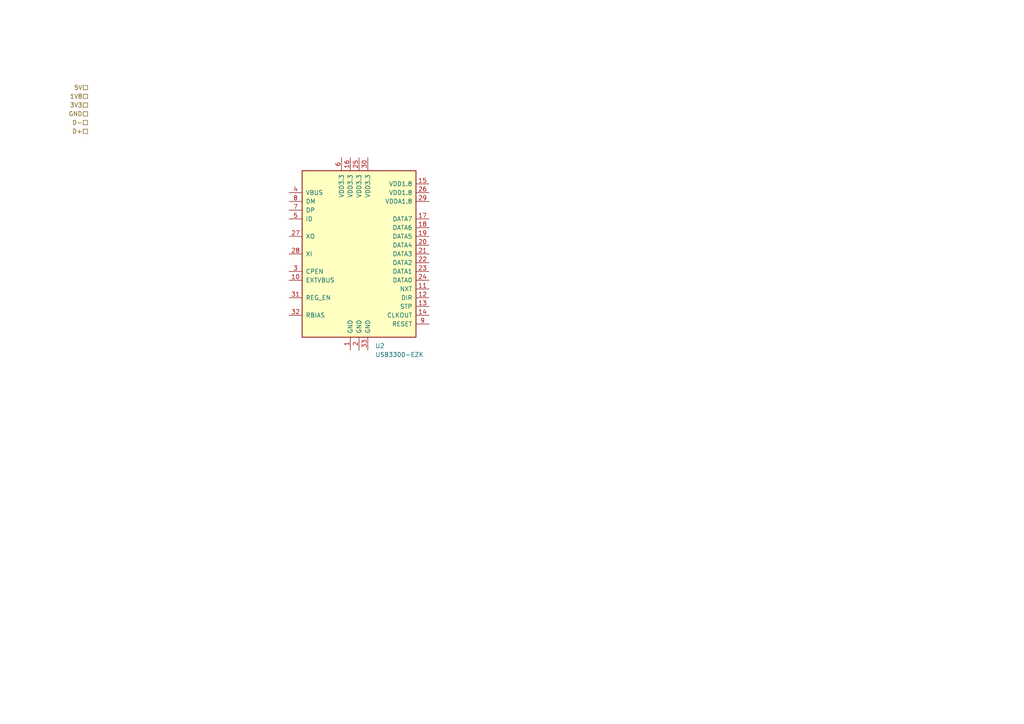
<source format=kicad_sch>
(kicad_sch (version 20250114) (generator "eeschema") (generator_version "9.0")
  (paper "A4")
  (lib_symbols
    (symbol "Interface_USB:USB3300-EZK" (pin_names (offset 1.016))
      (property "Reference" "U" (at 0 1.27 0))
      (property "Value" "USB3300-EZK" (at 0 -1.27 0))
      (symbol "USB3300-EZK_0_1"
        (rectangle (start 16.51 -24.13) (end -16.51 24.13) (stroke (width 0.254)) (fill (type background)))
      )
      (symbol "USB3300-EZK_1_1"
        (pin power_in line (at -20.32 17.78 0) (length 3.81) (name "VBUS") (number "4"))
        (pin bidirectional line (at -20.32 15.24 0) (length 3.81) (name "DM") (number "8"))
        (pin bidirectional line (at -20.32 12.7 0) (length 3.81) (name "DP") (number "7"))
        (pin input line (at -20.32 10.16 0) (length 3.81) (name "ID") (number "5"))
        (pin output line (at -20.32 5.08 0) (length 3.81) (name "XO") (number "27"))
        (pin input line (at -20.32 0 0) (length 3.81) (name "XI") (number "28"))
        (pin output line (at -20.32 -5.08 0) (length 3.81) (name "CPEN") (number "3"))
        (pin input line (at -20.32 -7.62 0) (length 3.81) (name "EXTVBUS") (number "10"))
        (pin bidirectional line (at -20.32 -12.7 0) (length 3.81) (name "REG_EN") (number "31"))
        (pin passive line (at -20.32 -17.78 0) (length 3.81) (name "RBIAS") (number "32"))
        (pin power_in line (at -5.08 27.94 270) (length 3.81) (name "VDD3.3") (number "6"))
        (pin power_in line (at -2.54 27.94 270) (length 3.81) (name "VDD3.3") (number "16"))
        (pin power_in line (at -2.54 -27.94 90) (length 3.81) (name "GND") (number "1"))
        (pin power_in line (at 0 27.94 270) (length 3.81) (name "VDD3.3") (number "25"))
        (pin power_in line (at 0 -27.94 90) (length 3.81) (name "GND") (number "2"))
        (pin power_in line (at 2.54 27.94 270) (length 3.81) (name "VDD3.3") (number "30"))
        (pin power_in line (at 2.54 -27.94 90) (length 3.81) (name "GND") (number "33"))
        (pin power_out line (at 20.32 20.32 180) (length 3.81) (name "VDD1.8") (number "15"))
        (pin power_out line (at 20.32 17.78 180) (length 3.81) (name "VDD1.8") (number "26"))
        (pin power_out line (at 20.32 15.24 180) (length 3.81) (name "VDDA1.8") (number "29"))
        (pin bidirectional line (at 20.32 10.16 180) (length 3.81) (name "DATA7") (number "17"))
        (pin bidirectional line (at 20.32 7.62 180) (length 3.81) (name "DATA6") (number "18"))
        (pin bidirectional line (at 20.32 5.08 180) (length 3.81) (name "DATA5") (number "19"))
        (pin bidirectional line (at 20.32 2.54 180) (length 3.81) (name "DATA4") (number "20"))
        (pin bidirectional line (at 20.32 0 180) (length 3.81) (name "DATA3") (number "21"))
        (pin bidirectional line (at 20.32 -2.54 180) (length 3.81) (name "DATA2") (number "22"))
        (pin bidirectional line (at 20.32 -5.08 180) (length 3.81) (name "DATA1") (number "23"))
        (pin bidirectional line (at 20.32 -7.62 180) (length 3.81) (name "DATA0") (number "24"))
        (pin output line (at 20.32 -10.16 180) (length 3.81) (name "NXT") (number "11"))
        (pin output line (at 20.32 -12.7 180) (length 3.81) (name "DIR") (number "12"))
        (pin input line (at 20.32 -15.24 180) (length 3.81) (name "STP") (number "13"))
        (pin output line (at 20.32 -17.78 180) (length 3.81) (name "CLKOUT") (number "14"))
        (pin input line (at 20.32 -20.32 180) (length 3.81) (name "RESET") (number "9"))
      )
    )
  )
  (hierarchical_label "D+" (shape passive) (at 25.4 38.1 180))
  (hierarchical_label "1V8" (shape passive) (at 25.4 27.94 180))
  (hierarchical_label "D-" (shape passive) (at 25.4 35.56 180))
  (hierarchical_label "5V" (shape passive) (at 25.4 25.4 180))
  (hierarchical_label "3V3" (shape passive) (at 25.4 30.48 180))
  (hierarchical_label "GND" (shape passive) (at 25.4 33.02 180))
  (symbol (lib_id "Interface_USB:USB3300-EZK") (at 104.14 73.66 0) (unit 1)
    (property "Reference" "U2" (at 108.8233 100.33 0) (effects (justify left)))
    (property "Value" "USB3300-EZK" (at 108.8233 102.87 0) (effects (justify left)))
    (property "Footprint" "Package_DFN_QFN:QFN-32-1EP_5x5mm_P0.5mm_EP3.45x3.45mm" (effects (hide yes)))
    (property "Datasheet" "http://ww1.microchip.com/downloads/en/DeviceDoc/00001783C.pdf" (effects (hide yes)))
    (property "Description" "Hi-Speed USB Host, Device or OTG PHY with ULPI Interface" (effects (hide yes)))
  )
)
</source>
